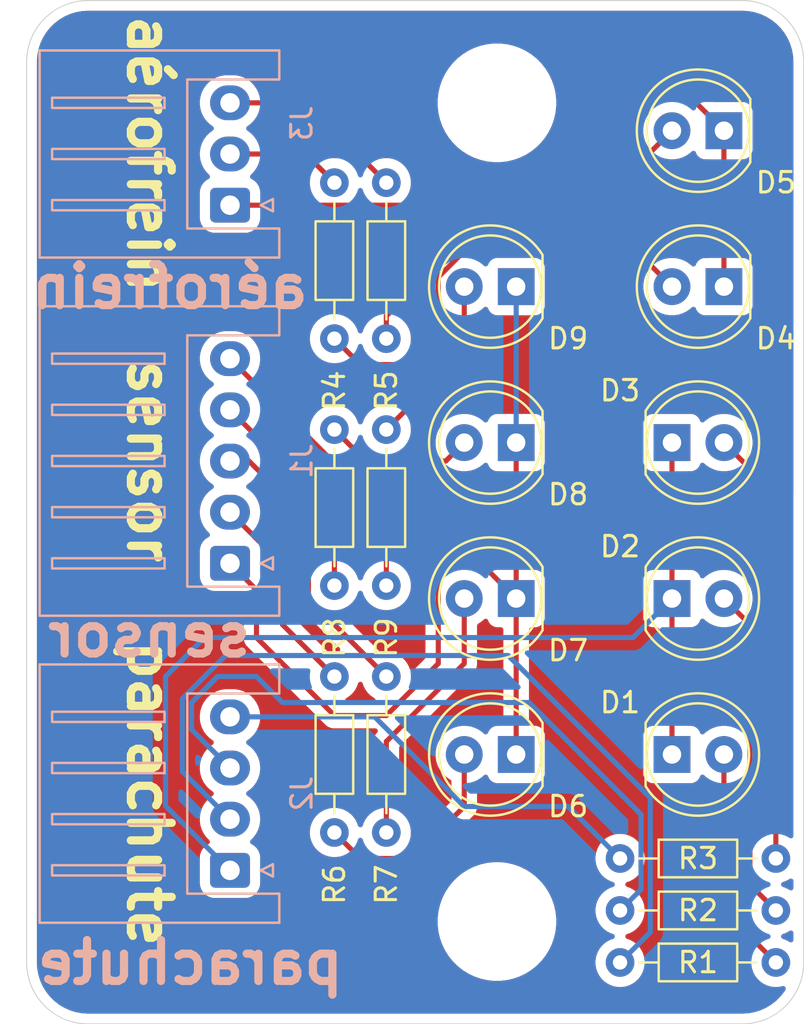
<source format=kicad_pcb>
(kicad_pcb (version 20241229) (generator "pcbnew") (generator_version "9.0")
  (layers (0 "F.Cu" signal) (2 "B.Cu" signal) (13 "F.Paste" user) (15 "B.Paste" user) (5 "F.SilkS" user "F.Silkscreen") (7 "B.SilkS" user "B.Silkscreen") (1 "F.Mask" user) (3 "B.Mask" user) (25 "Edge.Cuts" user))
  (net 0 "")
  (net 1 "Net-(D1-A)")
  (net 2 "Net-(J2-Pin_2)")
  (net 3 "Net-(D2-A)")
  (net 4 "Net-(J2-Pin_3)")
  (net 5 "Net-(J2-Pin_4)")
  (net 6 "Net-(D3-A)")
  (net 7 "Net-(J3-Pin_2)")
  (net 8 "Net-(D4-A)")
  (net 9 "Net-(J3-Pin_3)")
  (net 10 "Net-(D5-A)")
  (net 11 "Net-(D6-A)")
  (net 12 "Net-(J1-Pin_2)")
  (net 13 "Net-(J1-Pin_3)")
  (net 14 "Net-(D7-A)")
  (net 15 "Net-(D8-A)")
  (net 16 "Net-(J1-Pin_4)")
  (net 17 "Net-(D9-A)")
  (net 18 "Net-(J1-Pin_5)")
  (net 19 "GND2")
  (net 20 "GND1")
  (net 21 "GND3")
  (footprint "LED_THT:LED_D5.0mm_Clear" (layer "F.Cu") (at 165.1 93.98 180)
    (property "Reference" "D4" (at -2.54 -2.54 0) (layer "F.SilkS"))
    (property "Value" "LED")
    (fp_line (start -1.29 -1.545) (end -1.29 1.545) (stroke (width 0.12)) (layer "F.SilkS"))
    (fp_arc (start 4.26 0) (mid 2.071779 2.880495) (end -1.29 1.54483) (stroke (width 0.12)) (layer "F.SilkS"))
    (fp_arc (start -1.29 -1.54483) (mid 2.071779 -2.880495) (end 4.26 0) (stroke (width 0.12)) (layer "F.SilkS"))
    (fp_circle (center 1.27 0) (end 3.77 0) (stroke (width 0.12)) (fill no) (layer "F.SilkS"))
    (pad "1" thru_hole rect (at 0 0 180) (size 1.8 1.8) (drill 0.9) (layers "*.Cu" "*.Mask") (net 20 "GND1"))
    (pad "2" thru_hole circle (at 2.54 0 180) (size 1.8 1.8) (drill 0.9) (layers "*.Cu" "*.Mask") (net 8 "Net-(D4-A)"))
  )
  (footprint "LED_THT:LED_D5.0mm_Clear" (layer "F.Cu") (at 154.94 116.84 180)
    (property "Reference" "D6" (at -2.54 -2.54 0) (layer "F.SilkS"))
    (property "Value" "LED")
    (fp_line (start -1.29 -1.545) (end -1.29 1.545) (stroke (width 0.12)) (layer "F.SilkS"))
    (fp_arc (start 4.26 0) (mid 2.071779 2.880495) (end -1.29 1.54483) (stroke (width 0.12)) (layer "F.SilkS"))
    (fp_arc (start -1.29 -1.54483) (mid 2.071779 -2.880495) (end 4.26 0) (stroke (width 0.12)) (layer "F.SilkS"))
    (fp_circle (center 1.27 0) (end 3.77 0) (stroke (width 0.12)) (fill no) (layer "F.SilkS"))
    (pad "1" thru_hole rect (at 0 0 180) (size 1.8 1.8) (drill 0.9) (layers "*.Cu" "*.Mask") (net 21 "GND3"))
    (pad "2" thru_hole circle (at 2.54 0 180) (size 1.8 1.8) (drill 0.9) (layers "*.Cu" "*.Mask") (net 11 "Net-(D6-A)"))
  )
  (footprint "Resistor_THT:R_Axial_DIN0204_L3.6mm_D1.6mm_P7.62mm_Horizontal" (layer "F.Cu") (at 160.02 121.92)
    (property "Reference" "R3" (at 3.81 0 0) (layer "F.SilkS"))
    (property "Value" "R")
    (fp_line (start 0.94 0) (end 1.89 0) (stroke (width 0.12)) (layer "F.SilkS"))
    (fp_line (start 6.68 0) (end 5.73 0) (stroke (width 0.12)) (layer "F.SilkS"))
    (fp_rect (start 1.89 -0.92) (end 5.73 0.92) (stroke (width 0.12)) (fill no) (layer "F.SilkS"))
    (pad "1" thru_hole circle (at 0 0) (size 1.4 1.4) (drill 0.7) (layers "*.Cu" "*.Mask") (net 5 "Net-(J2-Pin_4)"))
    (pad "2" thru_hole circle (at 7.62 0) (size 1.4 1.4) (drill 0.7) (layers "*.Cu" "*.Mask") (net 6 "Net-(D3-A)"))
  )
  (footprint "Resistor_THT:R_Axial_DIN0204_L3.6mm_D1.6mm_P7.62mm_Horizontal" (layer "F.Cu") (at 160.02 124.46)
    (property "Reference" "R2" (at 3.81 0 0) (layer "F.SilkS"))
    (property "Value" "R")
    (fp_line (start 0.94 0) (end 1.89 0) (stroke (width 0.12)) (layer "F.SilkS"))
    (fp_line (start 6.68 0) (end 5.73 0) (stroke (width 0.12)) (layer "F.SilkS"))
    (fp_rect (start 1.89 -0.92) (end 5.73 0.92) (stroke (width 0.12)) (fill no) (layer "F.SilkS"))
    (pad "1" thru_hole circle (at 0 0) (size 1.4 1.4) (drill 0.7) (layers "*.Cu" "*.Mask") (net 4 "Net-(J2-Pin_3)"))
    (pad "2" thru_hole circle (at 7.62 0) (size 1.4 1.4) (drill 0.7) (layers "*.Cu" "*.Mask") (net 3 "Net-(D2-A)"))
  )
  (footprint "LED_THT:LED_D5.0mm_Clear" (layer "F.Cu") (at 162.56 116.84)
    (property "Reference" "D1" (at -2.54 -2.54 0) (layer "F.SilkS"))
    (property "Value" "LED")
    (fp_line (start -1.29 -1.545) (end -1.29 1.545) (stroke (width 0.12)) (layer "F.SilkS"))
    (fp_arc (start -1.29 -1.54483) (mid 2.071779 -2.880495) (end 4.26 0) (stroke (width 0.12)) (layer "F.SilkS"))
    (fp_arc (start 4.26 0) (mid 2.071779 2.880495) (end -1.29 1.54483) (stroke (width 0.12)) (layer "F.SilkS"))
    (fp_circle (center 1.27 0) (end 3.77 0) (stroke (width 0.12)) (fill no) (layer "F.SilkS"))
    (pad "1" thru_hole rect (at 0 0) (size 1.8 1.8) (drill 0.9) (layers "*.Cu" "*.Mask") (net 19 "GND2"))
    (pad "2" thru_hole circle (at 2.54 0) (size 1.8 1.8) (drill 0.9) (layers "*.Cu" "*.Mask") (net 1 "Net-(D1-A)"))
  )
  (footprint "LED_THT:LED_D5.0mm_Clear" (layer "F.Cu") (at 154.94 109.22 180)
    (property "Reference" "D7" (at -2.54 -2.54 0) (layer "F.SilkS"))
    (property "Value" "LED")
    (fp_line (start -1.29 -1.545) (end -1.29 1.545) (stroke (width 0.12)) (layer "F.SilkS"))
    (fp_arc (start 4.26 0) (mid 2.071779 2.880495) (end -1.29 1.54483) (stroke (width 0.12)) (layer "F.SilkS"))
    (fp_arc (start -1.29 -1.54483) (mid 2.071779 -2.880495) (end 4.26 0) (stroke (width 0.12)) (layer "F.SilkS"))
    (fp_circle (center 1.27 0) (end 3.77 0) (stroke (width 0.12)) (fill no) (layer "F.SilkS"))
    (pad "1" thru_hole rect (at 0 0 180) (size 1.8 1.8) (drill 0.9) (layers "*.Cu" "*.Mask") (net 21 "GND3"))
    (pad "2" thru_hole circle (at 2.54 0 180) (size 1.8 1.8) (drill 0.9) (layers "*.Cu" "*.Mask") (net 14 "Net-(D7-A)"))
  )
  (footprint "Resistor_THT:R_Axial_DIN0204_L3.6mm_D1.6mm_P7.62mm_Horizontal" (layer "F.Cu") (at 160.02 127)
    (property "Reference" "R1" (at 3.81 0 0) (layer "F.SilkS"))
    (property "Value" "R")
    (fp_line (start 0.94 0) (end 1.89 0) (stroke (width 0.12)) (layer "F.SilkS"))
    (fp_line (start 6.68 0) (end 5.73 0) (stroke (width 0.12)) (layer "F.SilkS"))
    (fp_rect (start 1.89 -0.92) (end 5.73 0.92) (stroke (width 0.12)) (fill no) (layer "F.SilkS"))
    (pad "1" thru_hole circle (at 0 0) (size 1.4 1.4) (drill 0.7) (layers "*.Cu" "*.Mask") (net 2 "Net-(J2-Pin_2)"))
    (pad "2" thru_hole circle (at 7.62 0) (size 1.4 1.4) (drill 0.7) (layers "*.Cu" "*.Mask") (net 1 "Net-(D1-A)"))
  )
  (footprint "MountingHole:MountingHole_5.3mm_M5_ISO14580" (layer "F.Cu") (at 154 125)
    (property "Reference" "H2" (hide yes))
    (property "Value" "MountingHole_5.3mm_M5_ISO14580" (hide yes))
    (pad "" np_thru_hole circle (at 0 0) (size 5.3 5.3) (drill 5.3) (layers "*.Cu" "*.Mask"))
  )
  (footprint "MountingHole:MountingHole_5.3mm_M5_ISO14580" (layer "F.Cu") (at 154 85)
    (property "Reference" "H1" (hide yes))
    (property "Value" "MountingHole_5.3mm_M5_ISO14580" (hide yes))
    (pad "" np_thru_hole circle (at 0 0) (size 5.3 5.3) (drill 5.3) (layers "*.Cu" "*.Mask"))
  )
  (footprint "LED_THT:LED_D5.0mm_Clear" (layer "F.Cu") (at 154.94 93.98 180)
    (property "Reference" "D9" (at -2.54 -2.54 0) (layer "F.SilkS"))
    (property "Value" "LED")
    (fp_line (start -1.29 -1.545) (end -1.29 1.545) (stroke (width 0.12)) (layer "F.SilkS"))
    (fp_arc (start 4.26 0) (mid 2.071779 2.880495) (end -1.29 1.54483) (stroke (width 0.12)) (layer "F.SilkS"))
    (fp_arc (start -1.29 -1.54483) (mid 2.071779 -2.880495) (end 4.26 0) (stroke (width 0.12)) (layer "F.SilkS"))
    (fp_circle (center 1.27 0) (end 3.77 0) (stroke (width 0.12)) (fill no) (layer "F.SilkS"))
    (pad "1" thru_hole rect (at 0 0 180) (size 1.8 1.8) (drill 0.9) (layers "*.Cu" "*.Mask") (net 21 "GND3"))
    (pad "2" thru_hole circle (at 2.54 0 180) (size 1.8 1.8) (drill 0.9) (layers "*.Cu" "*.Mask") (net 17 "Net-(D9-A)"))
  )
  (footprint "Resistor_THT:R_Axial_DIN0204_L3.6mm_D1.6mm_P7.62mm_Horizontal" (layer "F.Cu") (at 148.59 108.585 90)
    (property "Reference" "R9" (at -2.54 0 90) (layer "F.SilkS"))
    (property "Value" "R")
    (fp_line (start 6.68 0) (end 5.73 0) (stroke (width 0.12)) (layer "F.SilkS"))
    (fp_line (start 0.94 0) (end 1.89 0) (stroke (width 0.12)) (layer "F.SilkS"))
    (fp_rect (start 1.89 -0.92) (end 5.73 0.92) (stroke (width 0.12)) (fill no) (layer "F.SilkS"))
    (pad "1" thru_hole circle (at 0 0 90) (size 1.4 1.4) (drill 0.7) (layers "*.Cu" "*.Mask") (net 18 "Net-(J1-Pin_5)"))
    (pad "2" thru_hole circle (at 7.62 0 90) (size 1.4 1.4) (drill 0.7) (layers "*.Cu" "*.Mask") (net 17 "Net-(D9-A)"))
  )
  (footprint "Resistor_THT:R_Axial_DIN0204_L3.6mm_D1.6mm_P7.62mm_Horizontal" (layer "F.Cu") (at 148.59 113.03 -90)
    (property "Reference" "R7" (at 10.16 0 90) (layer "F.SilkS"))
    (property "Value" "R")
    (fp_line (start 0.94 0) (end 1.89 0) (stroke (width 0.12)) (layer "F.SilkS"))
    (fp_line (start 6.68 0) (end 5.73 0) (stroke (width 0.12)) (layer "F.SilkS"))
    (fp_rect (start 1.89 -0.92) (end 5.73 0.92) (stroke (width 0.12)) (fill no) (layer "F.SilkS"))
    (pad "1" thru_hole circle (at 0 0 270) (size 1.4 1.4) (drill 0.7) (layers "*.Cu" "*.Mask") (net 13 "Net-(J1-Pin_3)"))
    (pad "2" thru_hole circle (at 7.62 0 270) (size 1.4 1.4) (drill 0.7) (layers "*.Cu" "*.Mask") (net 14 "Net-(D7-A)"))
  )
  (footprint "Resistor_THT:R_Axial_DIN0204_L3.6mm_D1.6mm_P7.62mm_Horizontal" (layer "F.Cu") (at 146.05 108.585 90)
    (property "Reference" "R8" (at -2.54 0 90) (layer "F.SilkS"))
    (property "Value" "R")
    (fp_line (start 6.68 0) (end 5.73 0) (stroke (width 0.12)) (layer "F.SilkS"))
    (fp_line (start 0.94 0) (end 1.89 0) (stroke (width 0.12)) (layer "F.SilkS"))
    (fp_rect (start 1.89 -0.92) (end 5.73 0.92) (stroke (width 0.12)) (fill no) (layer "F.SilkS"))
    (pad "1" thru_hole circle (at 0 0 90) (size 1.4 1.4) (drill 0.7) (layers "*.Cu" "*.Mask") (net 16 "Net-(J1-Pin_4)"))
    (pad "2" thru_hole circle (at 7.62 0 90) (size 1.4 1.4) (drill 0.7) (layers "*.Cu" "*.Mask") (net 15 "Net-(D8-A)"))
  )
  (footprint "LED_THT:LED_D5.0mm_Clear" (layer "F.Cu") (at 162.56 109.22)
    (property "Reference" "D2" (at -2.54 -2.54 0) (layer "F.SilkS"))
    (property "Value" "LED")
    (fp_line (start -1.29 -1.545) (end -1.29 1.545) (stroke (width 0.12)) (layer "F.SilkS"))
    (fp_arc (start -1.29 -1.54483) (mid 2.071779 -2.880495) (end 4.26 0) (stroke (width 0.12)) (layer "F.SilkS"))
    (fp_arc (start 4.26 0) (mid 2.071779 2.880495) (end -1.29 1.54483) (stroke (width 0.12)) (layer "F.SilkS"))
    (fp_circle (center 1.27 0) (end 3.77 0) (stroke (width 0.12)) (fill no) (layer "F.SilkS"))
    (pad "1" thru_hole rect (at 0 0) (size 1.8 1.8) (drill 0.9) (layers "*.Cu" "*.Mask") (net 19 "GND2"))
    (pad "2" thru_hole circle (at 2.54 0) (size 1.8 1.8) (drill 0.9) (layers "*.Cu" "*.Mask") (net 3 "Net-(D2-A)"))
  )
  (footprint "Resistor_THT:R_Axial_DIN0204_L3.6mm_D1.6mm_P7.62mm_Horizontal" (layer "F.Cu") (at 146.05 113.03 -90)
    (property "Reference" "R6" (at 10.16 0 90) (layer "F.SilkS"))
    (property "Value" "R")
    (fp_line (start 0.94 0) (end 1.89 0) (stroke (width 0.12)) (layer "F.SilkS"))
    (fp_line (start 6.68 0) (end 5.73 0) (stroke (width 0.12)) (layer "F.SilkS"))
    (fp_rect (start 1.89 -0.92) (end 5.73 0.92) (stroke (width 0.12)) (fill no) (layer "F.SilkS"))
    (pad "1" thru_hole circle (at 0 0 270) (size 1.4 1.4) (drill 0.7) (layers "*.Cu" "*.Mask") (net 12 "Net-(J1-Pin_2)"))
    (pad "2" thru_hole circle (at 7.62 0 270) (size 1.4 1.4) (drill 0.7) (layers "*.Cu" "*.Mask") (net 11 "Net-(D6-A)"))
  )
  (footprint "LED_THT:LED_D5.0mm_Clear" (layer "F.Cu") (at 165.1 86.36 180)
    (property "Reference" "D5" (at -2.54 -2.54 0) (layer "F.SilkS"))
    (property "Value" "LED")
    (fp_line (start -1.29 -1.545) (end -1.29 1.545) (stroke (width 0.12)) (layer "F.SilkS"))
    (fp_arc (start 4.26 0) (mid 2.071779 2.880495) (end -1.29 1.54483) (stroke (width 0.12)) (layer "F.SilkS"))
    (fp_arc (start -1.29 -1.54483) (mid 2.071779 -2.880495) (end 4.26 0) (stroke (width 0.12)) (layer "F.SilkS"))
    (fp_circle (center 1.27 0) (end 3.77 0) (stroke (width 0.12)) (fill no) (layer "F.SilkS"))
    (pad "1" thru_hole rect (at 0 0 180) (size 1.8 1.8) (drill 0.9) (layers "*.Cu" "*.Mask") (net 20 "GND1"))
    (pad "2" thru_hole circle (at 2.54 0 180) (size 1.8 1.8) (drill 0.9) (layers "*.Cu" "*.Mask") (net 10 "Net-(D5-A)"))
  )
  (footprint "LED_THT:LED_D5.0mm_Clear" (layer "F.Cu") (at 154.94 101.6 180)
    (property "Reference" "D8" (at -2.54 -2.54 0) (layer "F.SilkS"))
    (property "Value" "LED")
    (fp_line (start -1.29 -1.545) (end -1.29 1.545) (stroke (width 0.12)) (layer "F.SilkS"))
    (fp_arc (start 4.26 0) (mid 2.071779 2.880495) (end -1.29 1.54483) (stroke (width 0.12)) (layer "F.SilkS"))
    (fp_arc (start -1.29 -1.54483) (mid 2.071779 -2.880495) (end 4.26 0) (stroke (width 0.12)) (layer "F.SilkS"))
    (fp_circle (center 1.27 0) (end 3.77 0) (stroke (width 0.12)) (fill no) (layer "F.SilkS"))
    (pad "1" thru_hole rect (at 0 0 180) (size 1.8 1.8) (drill 0.9) (layers "*.Cu" "*.Mask") (net 21 "GND3"))
    (pad "2" thru_hole circle (at 2.54 0 180) (size 1.8 1.8) (drill 0.9) (layers "*.Cu" "*.Mask") (net 15 "Net-(D8-A)"))
  )
  (footprint "LED_THT:LED_D5.0mm_Clear" (layer "F.Cu") (at 162.56 101.6)
    (property "Reference" "D3" (at -2.54 -2.54 0) (layer "F.SilkS"))
    (property "Value" "LED")
    (fp_line (start -1.29 -1.545) (end -1.29 1.545) (stroke (width 0.12)) (layer "F.SilkS"))
    (fp_arc (start -1.29 -1.54483) (mid 2.071779 -2.880495) (end 4.26 0) (stroke (width 0.12)) (layer "F.SilkS"))
    (fp_arc (start 4.26 0) (mid 2.071779 2.880495) (end -1.29 1.54483) (stroke (width 0.12)) (layer "F.SilkS"))
    (fp_circle (center 1.27 0) (end 3.77 0) (stroke (width 0.12)) (fill no) (layer "F.SilkS"))
    (pad "1" thru_hole rect (at 0 0) (size 1.8 1.8) (drill 0.9) (layers "*.Cu" "*.Mask") (net 19 "GND2"))
    (pad "2" thru_hole circle (at 2.54 0) (size 1.8 1.8) (drill 0.9) (layers "*.Cu" "*.Mask") (net 6 "Net-(D3-A)"))
  )
  (footprint "Resistor_THT:R_Axial_DIN0204_L3.6mm_D1.6mm_P7.62mm_Horizontal" (layer "F.Cu") (at 148.59 88.9 -90)
    (property "Reference" "R5" (at 10.16 0 90) (layer "F.SilkS"))
    (property "Value" "R")
    (fp_line (start 0.94 0) (end 1.89 0) (stroke (width 0.12)) (layer "F.SilkS"))
    (fp_line (start 6.68 0) (end 5.73 0) (stroke (width 0.12)) (layer "F.SilkS"))
    (fp_rect (start 1.89 -0.92) (end 5.73 0.92) (stroke (width 0.12)) (fill no) (layer "F.SilkS"))
    (pad "1" thru_hole circle (at 0 0 270) (size 1.4 1.4) (drill 0.7) (layers "*.Cu" "*.Mask") (net 9 "Net-(J3-Pin_3)"))
    (pad "2" thru_hole circle (at 7.62 0 270) (size 1.4 1.4) (drill 0.7) (layers "*.Cu" "*.Mask") (net 10 "Net-(D5-A)"))
  )
  (footprint "Resistor_THT:R_Axial_DIN0204_L3.6mm_D1.6mm_P7.62mm_Horizontal" (layer "F.Cu") (at 146.05 88.9 -90)
    (property "Reference" "R4" (at 10.16 0 90) (layer "F.SilkS"))
    (property "Value" "R")
    (fp_line (start 0.94 0) (end 1.89 0) (stroke (width 0.12)) (layer "F.SilkS"))
    (fp_line (start 6.68 0) (end 5.73 0) (stroke (width 0.12)) (layer "F.SilkS"))
    (fp_rect (start 1.89 -0.92) (end 5.73 0.92) (stroke (width 0.12)) (fill no) (layer "F.SilkS"))
    (pad "1" thru_hole circle (at 0 0 270) (size 1.4 1.4) (drill 0.7) (layers "*.Cu" "*.Mask") (net 7 "Net-(J3-Pin_2)"))
    (pad "2" thru_hole circle (at 7.62 0 270) (size 1.4 1.4) (drill 0.7) (layers "*.Cu" "*.Mask") (net 8 "Net-(D4-A)"))
  )
  (footprint "Connector_JST:JST_XH_S3B-XH-A_1x03_P2.50mm_Horizontal" (layer "B.Cu") (at 140.945 90 90)
    (property "Reference" "J3" (at 4 3.51 90) (layer "B.SilkS") (effects (justify mirror)))
    (property "Value" "aerofrein")
    (fp_line (start 7.56 -9.31) (end 7.56 2.41) (stroke (width 0.12)) (layer "B.SilkS"))
    (fp_line (start 2.5 -9.31) (end 7.56 -9.31) (stroke (width 0.12)) (layer "B.SilkS"))
    (fp_line (start 2.5 -9.31) (end -2.56 -9.31) (stroke (width 0.12)) (layer "B.SilkS"))
    (fp_line (start -2.56 -9.31) (end -2.56 2.41) (stroke (width 0.12)) (layer "B.SilkS"))
    (fp_line (start 6.14 -2.09) (end 2.5 -2.09) (stroke (width 0.12)) (layer "B.SilkS"))
    (fp_line (start -1.14 -2.09) (end 2.5 -2.09) (stroke (width 0.12)) (layer "B.SilkS"))
    (fp_line (start 0 1.5) (end -0.3 2.1) (stroke (width 0.12)) (layer "B.SilkS"))
    (fp_line (start 0.3 2.1) (end 0 1.5) (stroke (width 0.12)) (layer "B.SilkS"))
    (fp_line (start -0.3 2.1) (end 0.3 2.1) (stroke (width 0.12)) (layer "B.SilkS"))
    (fp_line (start 7.56 2.41) (end 6.14 2.41) (stroke (width 0.12)) (layer "B.SilkS"))
    (fp_line (start 6.14 2.41) (end 6.14 -2.09) (stroke (width 0.12)) (layer "B.SilkS"))
    (fp_line (start -1.14 2.41) (end -1.14 -2.09) (stroke (width 0.12)) (layer "B.SilkS"))
    (fp_line (start -2.56 2.41) (end -1.14 2.41) (stroke (width 0.12)) (layer "B.SilkS"))
    (fp_rect (start 4.75 -3.2) (end 5.25 -8.7) (stroke (width 0.12)) (fill no) (layer "B.SilkS"))
    (fp_rect (start 2.25 -3.2) (end 2.75 -8.7) (stroke (width 0.12)) (fill no) (layer "B.SilkS"))
    (fp_rect (start -0.25 -3.2) (end 0.25 -8.7) (stroke (width 0.12)) (fill no) (layer "B.SilkS"))
    (pad "1" thru_hole roundrect (at 0 0 90) (size 1.7 1.95) (drill 0.95) (layers "*.Cu" "*.Mask") (roundrect_rratio 0.147059) (net 20 "GND1"))
    (pad "2" thru_hole oval (at 2.5 0 90) (size 1.7 1.95) (drill 0.95) (layers "*.Cu" "*.Mask") (net 7 "Net-(J3-Pin_2)"))
    (pad "3" thru_hole oval (at 5 0 90) (size 1.7 1.95) (drill 0.95) (layers "*.Cu" "*.Mask") (net 9 "Net-(J3-Pin_3)"))
  )
  (footprint "Connector_JST:JST_XH_S4B-XH-A_1x04_P2.50mm_Horizontal" (layer "B.Cu") (at 140.945 122.5 90)
    (property "Reference" "J2" (at 3.75 3.51 90) (layer "B.SilkS") (effects (justify mirror)))
    (property "Value" "parachute")
    (fp_line (start 10.06 -9.31) (end 10.06 2.41) (stroke (width 0.12)) (layer "B.SilkS"))
    (fp_line (start 3.75 -9.31) (end 10.06 -9.31) (stroke (width 0.12)) (layer "B.SilkS"))
    (fp_line (start 3.75 -9.31) (end -2.56 -9.31) (stroke (width 0.12)) (layer "B.SilkS"))
    (fp_line (start -2.56 -9.31) (end -2.56 2.41) (stroke (width 0.12)) (layer "B.SilkS"))
    (fp_line (start 8.64 -2.09) (end 3.75 -2.09) (stroke (width 0.12)) (layer "B.SilkS"))
    (fp_line (start -1.14 -2.09) (end 3.75 -2.09) (stroke (width 0.12)) (layer "B.SilkS"))
    (fp_line (start 0 1.5) (end -0.3 2.1) (stroke (width 0.12)) (layer "B.SilkS"))
    (fp_line (start 0.3 2.1) (end 0 1.5) (stroke (width 0.12)) (layer "B.SilkS"))
    (fp_line (start -0.3 2.1) (end 0.3 2.1) (stroke (width 0.12)) (layer "B.SilkS"))
    (fp_line (start 10.06 2.41) (end 8.64 2.41) (stroke (width 0.12)) (layer "B.SilkS"))
    (fp_line (start 8.64 2.41) (end 8.64 -2.09) (stroke (width 0.12)) (layer "B.SilkS"))
    (fp_line (start -1.14 2.41) (end -1.14 -2.09) (stroke (width 0.12)) (layer "B.SilkS"))
    (fp_line (start -2.56 2.41) (end -1.14 2.41) (stroke (width 0.12)) (layer "B.SilkS"))
    (fp_rect (start 7.25 -3.2) (end 7.75 -8.7) (stroke (width 0.12)) (fill no) (layer "B.SilkS"))
    (fp_rect (start 4.75 -3.2) (end 5.25 -8.7) (stroke (width 0.12)) (fill no) (layer "B.SilkS"))
    (fp_rect (start 2.25 -3.2) (end 2.75 -8.7) (stroke (width 0.12)) (fill no) (layer "B.SilkS"))
    (fp_rect (start -0.25 -3.2) (end 0.25 -8.7) (stroke (width 0.12)) (fill no) (layer "B.SilkS"))
    (pad "1" thru_hole roundrect (at 0 0 90) (size 1.7 1.95) (drill 0.95) (layers "*.Cu" "*.Mask") (roundrect_rratio 0.147059) (net 19 "GND2"))
    (pad "2" thru_hole oval (at 2.5 0 90) (size 1.7 1.95) (drill 0.95) (layers "*.Cu" "*.Mask") (net 2 "Net-(J2-Pin_2)"))
    (pad "3" thru_hole oval (at 5 0 90) (size 1.7 1.95) (drill 0.95) (layers "*.Cu" "*.Mask") (net 4 "Net-(J2-Pin_3)"))
    (pad "4" thru_hole oval (at 7.5 0 90) (size 1.7 1.95) (drill 0.95) (layers "*.Cu" "*.Mask") (net 5 "Net-(J2-Pin_4)"))
  )
  (footprint "Connector_JST:JST_XH_S5B-XH-A_1x05_P2.50mm_Horizontal" (layer "B.Cu") (at 140.945 107.5 90)
    (property "Reference" "J1" (at 5 3.51 90) (layer "B.SilkS") (effects (justify mirror)))
    (property "Value" "sensor")
    (fp_line (start 12.56 -9.31) (end 12.56 2.41) (stroke (width 0.12)) (layer "B.SilkS"))
    (fp_line (start 5 -9.31) (end 12.56 -9.31) (stroke (width 0.12)) (layer "B.SilkS"))
    (fp_line (start 5 -9.31) (end -2.56 -9.31) (stroke (width 0.12)) (layer "B.SilkS"))
    (fp_line (start -2.56 -9.31) (end -2.56 2.41) (stroke (width 0.12)) (layer "B.SilkS"))
    (fp_line (start 11.14 -2.09) (end 5 -2.09) (stroke (width 0.12)) (layer "B.SilkS"))
    (fp_line (start -1.14 -2.09) (end 5 -2.09) (stroke (width 0.12)) (layer "B.SilkS"))
    (fp_line (start 0 1.5) (end -0.3 2.1) (stroke (width 0.12)) (layer "B.SilkS"))
    (fp_line (start 0.3 2.1) (end 0 1.5) (stroke (width 0.12)) (layer "B.SilkS"))
    (fp_line (start -0.3 2.1) (end 0.3 2.1) (stroke (width 0.12)) (layer "B.SilkS"))
    (fp_line (start 12.56 2.41) (end 11.14 2.41) (stroke (width 0.12)) (layer "B.SilkS"))
    (fp_line (start 11.14 2.41) (end 11.14 -2.09) (stroke (width 0.12)) (layer "B.SilkS"))
    (fp_line (start -1.14 2.41) (end -1.14 -2.09) (stroke (width 0.12)) (layer "B.SilkS"))
    (fp_line (start -2.56 2.41) (end -1.14 2.41) (stroke (width 0.12)) (layer "B.SilkS"))
    (fp_rect (start 9.75 -3.2) (end 10.25 -8.7) (stroke (width 0.12)) (fill no) (layer "B.SilkS"))
    (fp_rect (start 7.25 -3.2) (end 7.75 -8.7) (stroke (width 0.12)) (fill no) (layer "B.SilkS"))
    (fp_rect (start 4.75 -3.2) (end 5.25 -8.7) (stroke (width 0.12)) (fill no) (layer "B.SilkS"))
    (fp_rect (start 2.25 -3.2) (end 2.75 -8.7) (stroke (width 0.12)) (fill no) (layer "B.SilkS"))
    (fp_rect (start -0.25 -3.2) (end 0.25 -8.7) (stroke (width 0.12)) (fill no) (layer "B.SilkS"))
    (pad "1" thru_hole roundrect (at 0 0 90) (size 1.7 1.95) (drill 0.95) (layers "*.Cu" "*.Mask") (roundrect_rratio 0.147059) (net 21 "GND3"))
    (pad "2" thru_hole oval (at 2.5 0 90) (size 1.7 1.95) (drill 0.95) (layers "*.Cu" "*.Mask") (net 12 "Net-(J1-Pin_2)"))
    (pad "3" thru_hole oval (at 5 0 90) (size 1.7 1.95) (drill 0.95) (layers "*.Cu" "*.Mask") (net 13 "Net-(J1-Pin_3)"))
    (pad "4" thru_hole oval (at 7.5 0 90) (size 1.7 1.95) (drill 0.95) (layers "*.Cu" "*.Mask") (net 16 "Net-(J1-Pin_4)"))
    (pad "5" thru_hole oval (at 10 0 90) (size 1.7 1.95) (drill 0.95) (layers "*.Cu" "*.Mask") (net 18 "Net-(J1-Pin_5)"))
  )
  (gr_arc (start 134 130) (mid 131.87868 129.12132) (end 131 127) (stroke (width 0.05)) (layer "Edge.Cuts"))
  (gr_line (start 166 80) (end 134 80) (stroke (width 0.05)) (layer "Edge.Cuts"))
  (gr_arc (start 131 83) (mid 131.87868 80.87868) (end 134 80) (stroke (width 0.05)) (layer "Edge.Cuts"))
  (gr_line (start 134 130) (end 166 130) (stroke (width 0.05)) (layer "Edge.Cuts"))
  (gr_arc (start 166 80) (mid 168.12132 80.87868) (end 169 83) (stroke (width 0.05)) (layer "Edge.Cuts"))
  (gr_line (start 131 83) (end 131 127) (stroke (width 0.05)) (layer "Edge.Cuts"))
  (gr_arc (start 169 127) (mid 168.12132 129.12132) (end 166 130) (stroke (width 0.05)) (layer "Edge.Cuts"))
  (gr_line (start 169 127) (end 169 83) (stroke (width 0.05)) (layer "Edge.Cuts"))
  (gr_text "sensor" (at 137 102.5 270) (layer "F.SilkS") (effects (font (size 2 2) (thickness 0.4) (bold yes))))
  (gr_text "parachute" (at 137 118.75 270) (layer "F.SilkS") (effects (font (size 2 2) (thickness 0.4) (bold yes))))
  (gr_text "aérofrein" (at 137 87.5 270) (layer "F.SilkS") (effects (font (size 2 2) (thickness 0.4) (bold yes))))
  (gr_text "aérofrein" (at 138 93.98 -0) (layer "B.SilkS") (effects (font (size 2 2) (thickness 0.4) (bold yes)) (justify mirror)))
  (gr_text "parachute" (at 139 127 -0) (layer "B.SilkS") (effects (font (size 2 2) (thickness 0.4) (bold yes)) (justify mirror)))
  (gr_text "sensor" (at 137 111 -0) (layer "B.SilkS") (effects (font (size 2 2) (thickness 0.4) (bold yes)) (justify mirror)))
  (segment (start 167.64 127) (end 165.1 124.46) (width 0.25) (layer "F.Cu") (net 1))
  (segment (start 165.1 124.46) (end 165.1 116.84) (width 0.25) (layer "F.Cu") (net 1))
  (segment (start 140.72319 112.004) (end 154.549 112.004) (width 0.25) (layer "B.Cu") (net 2))
  (segment (start 138.614 117.669) (end 138.614 114.11319) (width 0.25) (layer "B.Cu") (net 2))
  (segment (start 138.614 114.11319) (end 140.72319 112.004) (width 0.25) (layer "B.Cu") (net 2))
  (segment (start 154.549 112.004) (end 161.497 118.952) (width 0.25) (layer "B.Cu") (net 2))
  (segment (start 140.945 120) (end 138.614 117.669) (width 0.25) (layer "B.Cu") (net 2))
  (segment (start 161.497 118.952) (end 161.497 125.523) (width 0.25) (layer "B.Cu") (net 2))
  (segment (start 161.497 125.523) (end 160.02 127) (width 0.25) (layer "B.Cu") (net 2))
  (segment (start 165.1 109.22) (end 166.37 110.49) (width 0.25) (layer "F.Cu") (net 3))
  (segment (start 166.37 123.19) (end 167.64 124.46) (width 0.25) (layer "F.Cu") (net 3))
  (segment (start 166.37 110.49) (end 166.37 123.19) (width 0.25) (layer "F.Cu") (net 3))
  (segment (start 139.065 114.3) (end 140.335 113.03) (width 0.25) (layer "B.Cu") (net 4))
  (segment (start 161.046 119.771) (end 161.046 123.434) (width 0.25) (layer "B.Cu") (net 4))
  (segment (start 155.575 114.3) (end 161.046 119.771) (width 0.25) (layer "B.Cu") (net 4))
  (segment (start 140.335 113.03) (end 142.24 113.03) (width 0.25) (layer "B.Cu") (net 4))
  (segment (start 140.945 117.5) (end 139.065 115.62) (width 0.25) (layer "B.Cu") (net 4))
  (segment (start 143.51 114.3) (end 155.575 114.3) (width 0.25) (layer "B.Cu") (net 4))
  (segment (start 139.065 115.62) (end 139.065 114.3) (width 0.25) (layer "B.Cu") (net 4))
  (segment (start 142.24 113.03) (end 143.51 114.3) (width 0.25) (layer "B.Cu") (net 4))
  (segment (start 161.046 123.434) (end 160.02 124.46) (width 0.25) (layer "B.Cu") (net 4))
  (segment (start 152.4 119.38) (end 157.48 119.38) (width 0.25) (layer "B.Cu") (net 5))
  (segment (start 157.48 119.38) (end 160.02 121.92) (width 0.25) (layer "B.Cu") (net 5))
  (segment (start 140.945 115) (end 148.02 115) (width 0.25) (layer "B.Cu") (net 5))
  (segment (start 148.02 115) (end 152.4 119.38) (width 0.25) (layer "B.Cu") (net 5))
  (segment (start 165.1 101.6) (end 167.64 104.14) (width 0.25) (layer "F.Cu") (net 6))
  (segment (start 167.64 104.14) (end 167.64 121.92) (width 0.25) (layer "F.Cu") (net 6))
  (segment (start 140.945 87.5) (end 144.65 87.5) (width 0.25) (layer "F.Cu") (net 7))
  (segment (start 144.65 87.5) (end 146.05 88.9) (width 0.25) (layer "F.Cu") (net 7))
  (segment (start 160.655 92.075) (end 152.571174 92.075) (width 0.25) (layer "F.Cu") (net 8))
  (segment (start 151.13 96.52) (end 149.86 97.79) (width 0.25) (layer "F.Cu") (net 8))
  (segment (start 147.32 97.79) (end 146.05 96.52) (width 0.25) (layer "F.Cu") (net 8))
  (segment (start 162.56 93.98) (end 160.655 92.075) (width 0.25) (layer "F.Cu") (net 8))
  (segment (start 152.571174 92.075) (end 151.13 93.516174) (width 0.25) (layer "F.Cu") (net 8))
  (segment (start 151.13 93.516174) (end 151.13 96.52) (width 0.25) (layer "F.Cu") (net 8))
  (segment (start 149.86 97.79) (end 147.32 97.79) (width 0.25) (layer "F.Cu") (net 8))
  (segment (start 140.945 85) (end 144.69 85) (width 0.25) (layer "F.Cu") (net 9))
  (segment (start 144.69 85) (end 148.59 88.9) (width 0.25) (layer "F.Cu") (net 9))
  (segment (start 148.59 95.418364) (end 152.568364 91.44) (width 0.25) (layer "F.Cu") (net 10))
  (segment (start 157.48 91.44) (end 162.56 86.36) (width 0.25) (layer "F.Cu") (net 10))
  (segment (start 152.568364 91.44) (end 157.48 91.44) (width 0.25) (layer "F.Cu") (net 10))
  (segment (start 148.59 96.52) (end 148.59 95.418364) (width 0.25) (layer "F.Cu") (net 10))
  (segment (start 146.05 120.65) (end 147.32 121.92) (width 0.25) (layer "F.Cu") (net 11))
  (segment (start 147.32 121.92) (end 149.86 121.92) (width 0.25) (layer "F.Cu") (net 11))
  (segment (start 152.4 119.38) (end 152.4 116.84) (width 0.25) (layer "F.Cu") (net 11))
  (segment (start 149.86 121.92) (end 152.4 119.38) (width 0.25) (layer "F.Cu") (net 11))
  (segment (start 143.51 107.565) (end 140.945 105) (width 0.25) (layer "F.Cu") (net 12))
  (segment (start 146.05 113.03) (end 143.51 110.49) (width 0.25) (layer "F.Cu") (net 12))
  (segment (start 143.51 110.49) (end 143.51 107.565) (width 0.25) (layer "F.Cu") (net 12))
  (segment (start 144.78 109.22) (end 148.59 113.03) (width 0.25) (layer "F.Cu") (net 13))
  (segment (start 144.78 105.41) (end 144.78 109.22) (width 0.25) (layer "F.Cu") (net 13))
  (segment (start 140.945 102.5) (end 141.87 102.5) (width 0.25) (layer "F.Cu") (net 13))
  (segment (start 141.87 102.5) (end 144.78 105.41) (width 0.25) (layer "F.Cu") (net 13))
  (segment (start 152.4 112.395) (end 152.4 109.22) (width 0.25) (layer "F.Cu") (net 14))
  (segment (start 148.59 116.205) (end 152.4 112.395) (width 0.25) (layer "F.Cu") (net 14))
  (segment (start 148.59 120.65) (end 148.59 116.205) (width 0.25) (layer "F.Cu") (net 14))
  (segment (start 151.5 102.5) (end 147.585 102.5) (width 0.25) (layer "F.Cu") (net 15))
  (segment (start 147.585 102.5) (end 146.05 100.965) (width 0.25) (layer "F.Cu") (net 15))
  (segment (start 152.4 101.6) (end 151.5 102.5) (width 0.25) (layer "F.Cu") (net 15))
  (segment (start 146.05 105.105) (end 146.05 108.585) (width 0.25) (layer "F.Cu") (net 16))
  (segment (start 140.945 100) (end 146.05 105.105) (width 0.25) (layer "F.Cu") (net 16))
  (segment (start 152.4 97.155) (end 148.59 100.965) (width 0.25) (layer "F.Cu") (net 17))
  (segment (start 152.4 93.98) (end 152.4 97.155) (width 0.25) (layer "F.Cu") (net 17))
  (segment (start 148.59 108.585) (end 148.59 105.145) (width 0.25) (layer "F.Cu") (net 18))
  (segment (start 148.59 105.145) (end 140.945 97.5) (width 0.25) (layer "F.Cu") (net 18))
  (segment (start 162.56 101.6) (end 162.56 116.84) (width 0.25) (layer "F.Cu") (net 19))
  (segment (start 140.945 122.5) (end 137.795 119.35) (width 0.25) (layer "B.Cu") (net 19))
  (segment (start 139.7 111.125) (end 160.655 111.125) (width 0.25) (layer "B.Cu") (net 19))
  (segment (start 137.795 119.35) (end 137.795 113.03) (width 0.25) (layer "B.Cu") (net 19))
  (segment (start 137.795 113.03) (end 139.7 111.125) (width 0.25) (layer "B.Cu") (net 19))
  (segment (start 160.655 111.125) (end 162.56 109.22) (width 0.25) (layer "B.Cu") (net 19))
  (segment (start 160.655 86.36) (end 160.655 85.725) (width 0.25) (layer "F.Cu") (net 20))
  (segment (start 157.015 90) (end 160.655 86.36) (width 0.25) (layer "F.Cu") (net 20))
  (segment (start 161.925 84.455) (end 163.195 84.455) (width 0.25) (layer "F.Cu") (net 20))
  (segment (start 140.945 90) (end 157.015 90) (width 0.25) (layer "F.Cu") (net 20))
  (segment (start 163.195 84.455) (end 165.1 86.36) (width 0.25) (layer "F.Cu") (net 20))
  (segment (start 160.655 85.725) (end 161.925 84.455) (width 0.25) (layer "F.Cu") (net 20))
  (segment (start 165.1 86.36) (end 165.1 93.98) (width 0.25) (layer "F.Cu") (net 20))
  (segment (start 146.05 114.935) (end 148.59 114.935) (width 0.25) (layer "F.Cu") (net 21))
  (segment (start 154.94 104.14) (end 154.94 101.6) (width 0.25) (layer "F.Cu") (net 21))
  (segment (start 154.94 109.22) (end 153.035 107.315) (width 0.25) (layer "F.Cu") (net 21))
  (segment (start 151.13 112.395) (end 151.13 107.95) (width 0.25) (layer "F.Cu") (net 21))
  (segment (start 154.94 116.84) (end 154.94 104.14) (width 0.25) (layer "F.Cu") (net 21))
  (segment (start 142.24 111.125) (end 146.05 114.935) (width 0.25) (layer "F.Cu") (net 21))
  (segment (start 151.765 107.315) (end 151.13 107.95) (width 0.25) (layer "F.Cu") (net 21))
  (segment (start 142.24 108.795) (end 142.24 111.125) (width 0.25) (layer "F.Cu") (net 21))
  (segment (start 153.035 107.315) (end 151.765 107.315) (width 0.25) (layer "F.Cu") (net 21))
  (segment (start 148.59 114.935) (end 151.13 112.395) (width 0.25) (layer "F.Cu") (net 21))
  (segment (start 140.945 107.5) (end 142.24 108.795) (width 0.25) (layer "F.Cu") (net 21))
  (segment (start 154.94 93.98) (end 154.94 101.6) (width 0.25) (layer "B.Cu") (net 21))
  (zone (net 0) (net_name "") (layers "F.Cu" "B.Cu") (connect_pads (clearance 0.5)) (min_thickness 0.25) (fill yes (thermal_gap 0.5) (thermal_bridge_width 0.5) (island_removal_mode 1) (island_area_min 10))
    (polygon (pts (xy 131 80) (xy 169 80) (xy 169 130) (xy 131 130)))
  )
)
</source>
